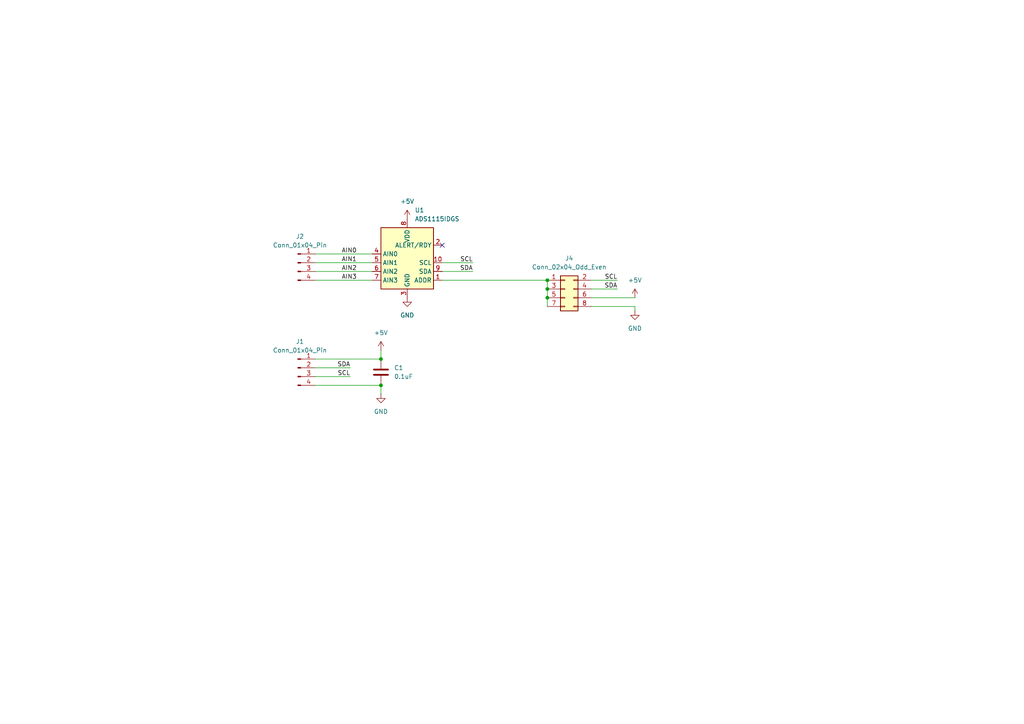
<source format=kicad_sch>
(kicad_sch (version 20231120) (generator "eeschema") (generator_version "8.0")
  (paper "A4")
  (lib_symbols
    (symbol "Analog_ADC:ADS1115IDGS"
      (property "Reference" "U" (at 2.54 13.97 0))
      (property "Value" "ADS1115IDGS" (at 7.62 11.43 0))
      (symbol "ADS1115IDGS_0_1"
        (rectangle (start -7.62 10.16) (end 7.62 -7.62) (stroke (width 0.254)) (fill (type background)))
      )
      (symbol "ADS1115IDGS_1_1"
        (pin input line (at 10.16 -5.08 180) (length 2.54) (name "ADDR") (number "1"))
        (pin input line (at 10.16 0 180) (length 2.54) (name "SCL") (number "10"))
        (pin output line (at 10.16 5.08 180) (length 2.54) (name "ALERT/RDY") (number "2"))
        (pin power_in line (at 0 -10.16 90) (length 2.54) (name "GND") (number "3"))
        (pin input line (at -10.16 2.54 0) (length 2.54) (name "AIN0") (number "4"))
        (pin input line (at -10.16 0 0) (length 2.54) (name "AIN1") (number "5"))
        (pin input line (at -10.16 -2.54 0) (length 2.54) (name "AIN2") (number "6"))
        (pin input line (at -10.16 -5.08 0) (length 2.54) (name "AIN3") (number "7"))
        (pin power_in line (at 0 12.7 270) (length 2.54) (name "VDD") (number "8"))
        (pin bidirectional line (at 10.16 -2.54 180) (length 2.54) (name "SDA") (number "9"))
      )
    )
    (symbol "Connector:Conn_01x04_Pin" (pin_names (offset 1.016) hide)
      (property "Reference" "J" (at 0 5.08 0))
      (property "Value" "Conn_01x04_Pin" (at 0 -7.62 0))
      (symbol "Conn_01x04_Pin_1_1"
        (polyline (pts (xy 1.27 -5.08) (xy 0.8636 -5.08)) (stroke (width 0.1524)))
        (polyline (pts (xy 1.27 -2.54) (xy 0.8636 -2.54)) (stroke (width 0.1524)))
        (polyline (pts (xy 1.27 0) (xy 0.8636 0)) (stroke (width 0.1524)))
        (polyline (pts (xy 1.27 2.54) (xy 0.8636 2.54)) (stroke (width 0.1524)))
        (rectangle (start 0.8636 -4.953) (end 0 -5.207) (stroke (width 0.1524)) (fill (type outline)))
        (rectangle (start 0.8636 -2.413) (end 0 -2.667) (stroke (width 0.1524)) (fill (type outline)))
        (rectangle (start 0.8636 0.127) (end 0 -0.127) (stroke (width 0.1524)) (fill (type outline)))
        (rectangle (start 0.8636 2.667) (end 0 2.413) (stroke (width 0.1524)) (fill (type outline)))
        (pin passive line (at 5.08 2.54 180) (length 3.81) (name "Pin_1") (number "1"))
        (pin passive line (at 5.08 0 180) (length 3.81) (name "Pin_2") (number "2"))
        (pin passive line (at 5.08 -2.54 180) (length 3.81) (name "Pin_3") (number "3"))
        (pin passive line (at 5.08 -5.08 180) (length 3.81) (name "Pin_4") (number "4"))
      )
    )
    (symbol "Connector_Generic:Conn_02x04_Odd_Even" (pin_names (offset 1.016) hide)
      (property "Reference" "J" (at 1.27 5.08 0))
      (property "Value" "Conn_02x04_Odd_Even" (at 1.27 -7.62 0))
      (symbol "Conn_02x04_Odd_Even_1_1"
        (rectangle (start -1.27 -4.953) (end 0 -5.207) (stroke (width 0.1524)))
        (rectangle (start -1.27 -2.413) (end 0 -2.667) (stroke (width 0.1524)))
        (rectangle (start -1.27 0.127) (end 0 -0.127) (stroke (width 0.1524)))
        (rectangle (start -1.27 2.667) (end 0 2.413) (stroke (width 0.1524)))
        (rectangle (start -1.27 3.81) (end 3.81 -6.35) (stroke (width 0.254)) (fill (type background)))
        (rectangle (start 3.81 -4.953) (end 2.54 -5.207) (stroke (width 0.1524)))
        (rectangle (start 3.81 -2.413) (end 2.54 -2.667) (stroke (width 0.1524)))
        (rectangle (start 3.81 0.127) (end 2.54 -0.127) (stroke (width 0.1524)))
        (rectangle (start 3.81 2.667) (end 2.54 2.413) (stroke (width 0.1524)))
        (pin passive line (at -5.08 2.54 0) (length 3.81) (name "Pin_1") (number "1"))
        (pin passive line (at 7.62 2.54 180) (length 3.81) (name "Pin_2") (number "2"))
        (pin passive line (at -5.08 0 0) (length 3.81) (name "Pin_3") (number "3"))
        (pin passive line (at 7.62 0 180) (length 3.81) (name "Pin_4") (number "4"))
        (pin passive line (at -5.08 -2.54 0) (length 3.81) (name "Pin_5") (number "5"))
        (pin passive line (at 7.62 -2.54 180) (length 3.81) (name "Pin_6") (number "6"))
        (pin passive line (at -5.08 -5.08 0) (length 3.81) (name "Pin_7") (number "7"))
        (pin passive line (at 7.62 -5.08 180) (length 3.81) (name "Pin_8") (number "8"))
      )
    )
    (symbol "Device:C" (pin_numbers hide) (pin_names (offset 0.254))
      (property "Reference" "C" (at 0.635 2.54 0))
      (property "Value" "C" (at 0.635 -2.54 0))
      (symbol "C_0_1"
        (polyline (pts (xy -2.032 -0.762) (xy 2.032 -0.762)) (stroke (width 0.508)))
        (polyline (pts (xy -2.032 0.762) (xy 2.032 0.762)) (stroke (width 0.508)))
      )
      (symbol "C_1_1"
        (pin passive line (at 0 3.81 270) (length 2.794) (name "~") (number "1"))
        (pin passive line (at 0 -3.81 90) (length 2.794) (name "~") (number "2"))
      )
    )
    (symbol "power:+5V" (power) (pin_numbers hide) (pin_names (offset 0) hide)
      (property "Value" "+5V" (at 0 3.556 0))
      (symbol "+5V_0_1"
        (polyline (pts (xy -0.762 1.27) (xy 0 2.54)))
        (polyline (pts (xy 0 0) (xy 0 2.54)))
        (polyline (pts (xy 0 2.54) (xy 0.762 1.27)))
      )
      (symbol "+5V_1_1"
        (pin power_in line (at 0 0 90) (length 0) (name "~") (number "1"))
      )
    )
    (symbol "power:GND" (power) (pin_numbers hide) (pin_names (offset 0) hide)
      (property "Value" "GND" (at 0 -3.81 0))
      (symbol "GND_0_1"
        (polyline (pts (xy 0 0) (xy 0 -1.27) (xy 1.27 -1.27) (xy 0 -2.54) (xy -1.27 -1.27) (xy 0 -1.27)))
      )
      (symbol "GND_1_1"
        (pin power_in line (at 0 0 270) (length 0) (name "~") (number "1"))
      )
    )
  )
  (junction (at 158.75 81.28))
  (junction (at 158.75 86.36))
  (junction (at 110.49 104.14))
  (junction (at 158.75 83.82))
  (junction (at 110.49 111.76))
  (no_connect (at 128.27 71.12))
  (wire (pts (xy 91.44 104.14) (xy 110.49 104.14)))
  (wire (pts (xy 128.27 76.2) (xy 137.16 76.2)))
  (wire (pts (xy 110.49 101.6) (xy 110.49 104.14)))
  (wire (pts (xy 158.75 83.82) (xy 158.75 86.36)))
  (wire (pts (xy 184.15 90.17) (xy 184.15 88.9)))
  (wire (pts (xy 158.75 86.36) (xy 158.75 88.9)))
  (wire (pts (xy 91.44 76.2) (xy 107.95 76.2)))
  (wire (pts (xy 91.44 106.68) (xy 101.6 106.68)))
  (wire (pts (xy 184.15 88.9) (xy 171.45 88.9)))
  (wire (pts (xy 171.45 86.36) (xy 184.15 86.36)))
  (wire (pts (xy 91.44 111.76) (xy 110.49 111.76)))
  (wire (pts (xy 110.49 111.76) (xy 110.49 114.3)))
  (wire (pts (xy 128.27 78.74) (xy 137.16 78.74)))
  (wire (pts (xy 171.45 81.28) (xy 179.07 81.28)))
  (wire (pts (xy 91.44 109.22) (xy 101.6 109.22)))
  (wire (pts (xy 91.44 81.28) (xy 107.95 81.28)))
  (wire (pts (xy 91.44 78.74) (xy 107.95 78.74)))
  (wire (pts (xy 91.44 73.66) (xy 107.95 73.66)))
  (wire (pts (xy 171.45 83.82) (xy 179.07 83.82)))
  (wire (pts (xy 158.75 81.28) (xy 158.75 83.82)))
  (wire (pts (xy 128.27 81.28) (xy 158.75 81.28)))
  (label "AIN1" (at 99.06 76.2 0))
  (label "SCL" (at 137.16 76.2 180))
  (label "SCL" (at 179.07 81.28 180))
  (label "AIN3" (at 99.06 81.28 0))
  (label "SCL" (at 101.6 109.22 180))
  (label "AIN0" (at 99.06 73.66 0))
  (label "AIN2" (at 99.06 78.74 0))
  (label "SDA" (at 179.07 83.82 180))
  (label "SDA" (at 137.16 78.74 180))
  (label "SDA" (at 101.6 106.68 180))
  (symbol (lib_id "Device:C") (at 110.49 107.95 0) (unit 1)
    (property "Reference" "C1" (at 114.3 106.6799 0) (effects (justify left)))
    (property "Value" "0.1uF" (at 114.3 109.2199 0) (effects (justify left)))
    (property "Footprint" "Capacitor_SMD:C_1206_3216Metric_Pad1.33x1.80mm_HandSolder" (effects (hide yes)))
    (property "Description" "Unpolarized capacitor" (effects (hide yes)))
  )
  (symbol (lib_id "power:GND") (at 118.11 86.36 0) (unit 1)
    (property "Reference" "#PWR04" (effects (hide yes)))
    (property "Value" "GND" (at 118.11 91.44 0))
    (property "Description" "Power symbol creates a global label with name \"GND\" , ground" (effects (hide yes)))
  )
  (symbol (lib_id "Analog_ADC:ADS1115IDGS") (at 118.11 76.2 0) (unit 1)
    (property "Reference" "U1" (at 120.3041 60.96 0) (effects (justify left)))
    (property "Value" "ADS1115IDGS" (at 120.3041 63.5 0) (effects (justify left)))
    (property "Footprint" "Package_SO:VSSOP-10_3x3mm_P0.5mm" (effects (hide yes)))
    (property "Datasheet" "http://www.ti.com/lit/ds/symlink/ads1113.pdf" (effects (hide yes)))
    (property "Description" "Ultra-Small, Low-Power, I2C-Compatible, 860-SPS, 16-Bit ADCs With Internal Reference, Oscillator, and Programmable Comparator, VSSOP-10" (effects (hide yes)))
  )
  (symbol (lib_id "Connector:Conn_01x04_Pin") (at 86.36 76.2 0) (unit 1)
    (property "Reference" "J2" (at 86.995 68.58 0))
    (property "Value" "Conn_01x04_Pin" (at 86.995 71.12 0))
    (property "Footprint" "Connector_PinHeader_2.54mm:PinHeader_1x04_P2.54mm_Vertical_SMD_Pin1Left" (effects (hide yes)))
    (property "Description" "Generic connector, single row, 01x04, script generated" (effects (hide yes)))
  )
  (symbol (lib_id "Connector_Generic:Conn_02x04_Odd_Even") (at 163.83 83.82 0) (unit 1)
    (property "Reference" "J4" (at 165.1 74.93 0))
    (property "Value" "Conn_02x04_Odd_Even" (at 165.1 77.47 0))
    (property "Footprint" "Connector_PinHeader_2.54mm:PinHeader_2x04_P2.54mm_Vertical_SMD" (effects (hide yes)))
    (property "Description" "Generic connector, double row, 02x04, odd/even pin numbering scheme (row 1 odd numbers, row 2 even numbers), script generated (kicad-library-utils/schlib/autogen/connector/)" (effects (hide yes)))
  )
  (symbol (lib_id "power:+5V") (at 118.11 63.5 0) (unit 1)
    (property "Reference" "#PWR01" (effects (hide yes)))
    (property "Value" "+5V" (at 118.11 58.42 0))
    (property "Description" "Power symbol creates a global label with name \"+5V\"" (effects (hide yes)))
  )
  (symbol (lib_id "Connector:Conn_01x04_Pin") (at 86.36 106.68 0) (unit 1)
    (property "Reference" "J1" (at 86.995 99.06 0))
    (property "Value" "Conn_01x04_Pin" (at 86.995 101.6 0))
    (property "Footprint" "Connector_PinHeader_2.54mm:PinHeader_1x04_P2.54mm_Vertical_SMD_Pin1Left" (effects (hide yes)))
    (property "Description" "Generic connector, single row, 01x04, script generated" (effects (hide yes)))
  )
  (symbol (lib_id "power:+5V") (at 184.15 86.36 0) (unit 1)
    (property "Reference" "#PWR06" (effects (hide yes)))
    (property "Value" "+5V" (at 184.15 81.28 0))
    (property "Description" "Power symbol creates a global label with name \"+5V\"" (effects (hide yes)))
  )
  (symbol (lib_id "power:+5V") (at 110.49 101.6 0) (unit 1)
    (property "Reference" "#PWR02" (effects (hide yes)))
    (property "Value" "+5V" (at 110.49 96.52 0))
    (property "Description" "Power symbol creates a global label with name \"+5V\"" (effects (hide yes)))
  )
  (symbol (lib_id "power:GND") (at 110.49 114.3 0) (unit 1)
    (property "Reference" "#PWR03" (effects (hide yes)))
    (property "Value" "GND" (at 110.49 119.38 0))
    (property "Description" "Power symbol creates a global label with name \"GND\" , ground" (effects (hide yes)))
  )
  (symbol (lib_id "power:GND") (at 184.15 90.17 0) (unit 1)
    (property "Reference" "#PWR05" (effects (hide yes)))
    (property "Value" "GND" (at 184.15 95.25 0))
    (property "Description" "Power symbol creates a global label with name \"GND\" , ground" (effects (hide yes)))
  )
)
</source>
